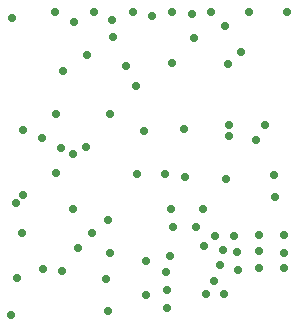
<source format=gbs>
G04 Layer_Color=16711935*
%FSLAX25Y25*%
%MOIN*%
G70*
G01*
G75*
%ADD56C,0.02800*%
D56*
X6954Y64200D02*
D03*
X29900Y29900D02*
D03*
X87500Y65805D02*
D03*
X17900Y49900D02*
D03*
X54900Y4800D02*
D03*
X55000Y10900D02*
D03*
X54600Y16900D02*
D03*
X56100Y22100D02*
D03*
X73700Y24300D02*
D03*
X70900Y29000D02*
D03*
X67300Y25500D02*
D03*
X78400Y23600D02*
D03*
X85700Y24000D02*
D03*
X77200Y29000D02*
D03*
X85700Y29300D02*
D03*
X94100Y29100D02*
D03*
Y23200D02*
D03*
Y18300D02*
D03*
X85600Y18100D02*
D03*
X78700Y17500D02*
D03*
X72800Y19100D02*
D03*
X70700Y14000D02*
D03*
X74000Y9600D02*
D03*
X68000Y9500D02*
D03*
X54224Y49500D02*
D03*
X45000Y49400D02*
D03*
X60600Y64400D02*
D03*
X3400Y101400D02*
D03*
X75400Y86329D02*
D03*
X64100Y94900D02*
D03*
X56700Y86500D02*
D03*
X41300Y85600D02*
D03*
X35900Y69400D02*
D03*
X18100Y69500D02*
D03*
X28000Y58400D02*
D03*
X35400Y34200D02*
D03*
X4800Y39800D02*
D03*
X19500Y58100D02*
D03*
X23500Y37700D02*
D03*
X4900Y14700D02*
D03*
X25300Y24800D02*
D03*
X36000Y23100D02*
D03*
X34800Y14600D02*
D03*
X35300Y3900D02*
D03*
X90900Y42000D02*
D03*
X74800Y48000D02*
D03*
X90500Y49300D02*
D03*
X47900Y20500D02*
D03*
X56300Y38000D02*
D03*
X64700Y32000D02*
D03*
X57100D02*
D03*
X6800Y30000D02*
D03*
X67100Y38000D02*
D03*
X23800Y56300D02*
D03*
X61000Y48400D02*
D03*
X47200Y63800D02*
D03*
X48000Y9100D02*
D03*
X84716Y60900D02*
D03*
X75500Y62200D02*
D03*
Y66000D02*
D03*
X28400Y89200D02*
D03*
X13400Y61400D02*
D03*
X13700Y18000D02*
D03*
X17700Y103500D02*
D03*
X30700D02*
D03*
X43600D02*
D03*
X56500D02*
D03*
X69500D02*
D03*
X82300D02*
D03*
X95000D02*
D03*
X79700Y90200D02*
D03*
X74200Y98800D02*
D03*
X63200Y102900D02*
D03*
X50100Y102300D02*
D03*
X36500Y100700D02*
D03*
X37000Y95100D02*
D03*
X24000Y100300D02*
D03*
X20200Y84000D02*
D03*
X20000Y17300D02*
D03*
X6900Y42600D02*
D03*
X3100Y2500D02*
D03*
X44500Y78700D02*
D03*
M02*

</source>
